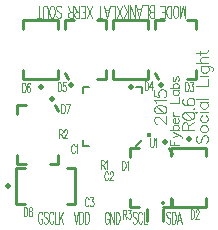
<source format=gto>
G04 DipTrace 2.4.0.2*
%INSocialLightsmall.gto*%
%MOMM*%
%ADD10C,0.25*%
%ADD14C,0.152*%
%ADD18O,0.487X0.494*%
%ADD20O,0.49X0.461*%
%ADD22O,0.461X0.49*%
%ADD27O,0.425X0.415*%
%ADD32O,0.377X0.312*%
%ADD52C,0.083*%
%ADD53C,0.111*%
%FSLAX53Y53*%
G04*
G71*
G90*
G75*
G01*
%LNTopSilk*%
%LPD*%
X23949Y18134D2*
D10*
X23699Y18634D1*
X23949Y13634D2*
Y14384D1*
Y13634D2*
X23199D1*
X21199D2*
X20449D1*
Y14384D1*
Y17884D2*
Y18634D1*
X21199D1*
D18*
X23402Y19170D3*
D20*
X25364Y19422D3*
X26879Y14456D2*
D10*
Y13706D1*
X23879D1*
Y14456D1*
X26879Y17956D2*
Y18706D1*
X23879D1*
Y17956D1*
X22508Y25021D2*
X22758Y24521D1*
X22508Y29521D2*
Y28771D1*
Y29521D2*
X23258D1*
X25258D2*
X26008D1*
Y28771D1*
Y25271D2*
Y24521D1*
X25258D1*
D18*
X23055Y23985D3*
D20*
X20463Y23805D3*
X18948Y28771D2*
D10*
Y29521D1*
X21948D1*
Y28771D1*
X18948Y25271D2*
Y24521D1*
X21948D1*
Y25271D1*
X14888Y25021D2*
X15138Y24521D1*
X14888Y29521D2*
Y28771D1*
Y29521D2*
X15638D1*
X17638D2*
X18388D1*
Y28771D1*
Y25271D2*
Y24521D1*
X17638D1*
D18*
X15435Y23985D3*
D20*
X12843Y23805D3*
X11328Y28771D2*
D10*
Y29521D1*
X14328D1*
Y28771D1*
X11328Y25271D2*
Y24521D1*
X14328D1*
Y25271D1*
X14348Y21807D2*
X14098Y22307D1*
X14348Y17307D2*
Y18058D1*
Y17307D2*
X13598D1*
X11598D2*
X10848D1*
Y18058D1*
Y21558D2*
Y22307D1*
X11598D1*
D18*
X13801Y22844D3*
D22*
X10074Y15433D3*
X15039Y16947D2*
D10*
X15790D1*
Y13947D1*
X15039D1*
X11540Y16947D2*
X10790D1*
Y13947D1*
X11540D1*
D27*
X22037Y19788D3*
X21436Y19345D2*
D14*
X20936Y18845D1*
X16937D2*
X16436D1*
Y19345D1*
Y23345D2*
Y23845D1*
X16937D1*
X20936D2*
X21436D1*
Y23345D1*
X23245Y13520D2*
D10*
Y12520D1*
X21845Y13520D2*
Y12520D1*
D32*
X23167Y13990D3*
X15746Y18801D2*
D52*
X15724Y18873D1*
X15681Y18946D1*
X15637Y18983D1*
X15550D1*
X15506Y18946D1*
X15462Y18873D1*
X15440Y18801D1*
X15418Y18691D1*
Y18508D1*
X15440Y18400D1*
X15462Y18327D1*
X15506Y18254D1*
X15550Y18217D1*
X15637D1*
X15681Y18254D1*
X15724Y18327D1*
X15746Y18400D1*
X15846Y18836D2*
X15890Y18873D1*
X15956Y18982D1*
Y18217D1*
X18567Y16507D2*
X18545Y16580D1*
X18501Y16653D1*
X18458Y16689D1*
X18370D1*
X18326Y16653D1*
X18283Y16580D1*
X18261Y16507D1*
X18239Y16398D1*
Y16215D1*
X18261Y16106D1*
X18283Y16033D1*
X18326Y15961D1*
X18370Y15924D1*
X18458D1*
X18501Y15961D1*
X18545Y16033D1*
X18567Y16106D1*
X18689Y16506D2*
Y16543D1*
X18711Y16616D1*
X18733Y16652D1*
X18777Y16688D1*
X18864D1*
X18908Y16652D1*
X18929Y16616D1*
X18952Y16543D1*
Y16470D1*
X18929Y16397D1*
X18886Y16288D1*
X18667Y15924D1*
X18973D1*
X16916Y14313D2*
X16894Y14386D1*
X16850Y14459D1*
X16806Y14495D1*
X16719D1*
X16675Y14459D1*
X16632Y14386D1*
X16609Y14313D1*
X16588Y14204D1*
Y14021D1*
X16609Y13912D1*
X16632Y13839D1*
X16675Y13767D1*
X16719Y13730D1*
X16806D1*
X16850Y13767D1*
X16894Y13839D1*
X16916Y13912D1*
X17060Y14494D2*
X17300D1*
X17169Y14203D1*
X17234D1*
X17278Y14167D1*
X17300Y14131D1*
X17322Y14021D1*
Y13949D1*
X17300Y13839D1*
X17256Y13766D1*
X17191Y13730D1*
X17125D1*
X17060Y13766D1*
X17038Y13803D1*
X17016Y13875D1*
X19722Y17594D2*
Y16829D1*
X19876D1*
X19941Y16866D1*
X19985Y16938D1*
X20007Y17012D1*
X20029Y17120D1*
Y17303D1*
X20007Y17412D1*
X19985Y17485D1*
X19941Y17558D1*
X19876Y17594D1*
X19722D1*
X20129Y17448D2*
X20173Y17485D1*
X20238Y17594D1*
Y16829D1*
X25535Y13463D2*
Y12698D1*
X25688D1*
X25754Y12735D1*
X25798Y12807D1*
X25820Y12880D1*
X25842Y12989D1*
Y13172D1*
X25820Y13281D1*
X25798Y13354D1*
X25754Y13427D1*
X25688Y13463D1*
X25535D1*
X25964Y13281D2*
Y13317D1*
X25986Y13390D1*
X26007Y13426D1*
X26051Y13462D1*
X26139D1*
X26182Y13426D1*
X26204Y13390D1*
X26226Y13317D1*
Y13244D1*
X26204Y13171D1*
X26160Y13062D1*
X25942Y12698D1*
X26248D1*
X25067Y24241D2*
Y23476D1*
X25220D1*
X25285Y23513D1*
X25329Y23585D1*
X25351Y23658D1*
X25373Y23767D1*
Y23950D1*
X25351Y24059D1*
X25329Y24132D1*
X25285Y24205D1*
X25220Y24241D1*
X25067D1*
X25517Y24240D2*
X25757D1*
X25626Y23949D1*
X25692D1*
X25735Y23913D1*
X25757Y23877D1*
X25779Y23767D1*
Y23695D1*
X25757Y23585D1*
X25713Y23512D1*
X25648Y23476D1*
X25582D1*
X25517Y23512D1*
X25495Y23549D1*
X25473Y23621D1*
X21649Y24322D2*
Y23556D1*
X21802D1*
X21868Y23593D1*
X21912Y23666D1*
X21934Y23739D1*
X21955Y23848D1*
Y24030D1*
X21934Y24140D1*
X21912Y24212D1*
X21868Y24286D1*
X21802Y24322D1*
X21649D1*
X22274Y23556D2*
Y24321D1*
X22055Y23811D1*
X22383D1*
X14288Y24230D2*
Y23464D1*
X14441D1*
X14507Y23501D1*
X14551Y23574D1*
X14573Y23647D1*
X14594Y23756D1*
Y23938D1*
X14573Y24048D1*
X14551Y24120D1*
X14507Y24194D1*
X14441Y24230D1*
X14288D1*
X14957Y24229D2*
X14738D1*
X14717Y23901D1*
X14738Y23937D1*
X14804Y23975D1*
X14869D1*
X14935Y23937D1*
X14979Y23865D1*
X15001Y23756D1*
Y23683D1*
X14979Y23574D1*
X14935Y23500D1*
X14869Y23464D1*
X14804D1*
X14738Y23500D1*
X14717Y23537D1*
X14694Y23610D1*
X11276Y24170D2*
Y23404D1*
X11429D1*
X11494Y23441D1*
X11538Y23514D1*
X11560Y23587D1*
X11582Y23696D1*
Y23878D1*
X11560Y23988D1*
X11538Y24060D1*
X11494Y24134D1*
X11429Y24170D1*
X11276D1*
X11944Y24060D2*
X11922Y24133D1*
X11857Y24169D1*
X11813D1*
X11748Y24133D1*
X11704Y24023D1*
X11682Y23841D1*
Y23659D1*
X11704Y23514D1*
X11748Y23440D1*
X11813Y23404D1*
X11835D1*
X11900Y23440D1*
X11944Y23514D1*
X11966Y23623D1*
Y23659D1*
X11944Y23769D1*
X11900Y23841D1*
X11835Y23878D1*
X11813D1*
X11748Y23841D1*
X11704Y23769D1*
X11682Y23659D1*
X14588Y22378D2*
Y21613D1*
X14741D1*
X14807Y21650D1*
X14851Y21722D1*
X14873Y21795D1*
X14894Y21904D1*
Y22087D1*
X14873Y22196D1*
X14851Y22269D1*
X14807Y22342D1*
X14741Y22378D1*
X14588D1*
X15082Y21613D2*
X15301Y22377D1*
X14994D1*
X11419Y13663D2*
Y12897D1*
X11572D1*
X11638Y12934D1*
X11682Y13007D1*
X11704Y13080D1*
X11726Y13189D1*
Y13372D1*
X11704Y13481D1*
X11682Y13554D1*
X11638Y13627D1*
X11572Y13663D1*
X11419D1*
X11935Y13662D2*
X11869Y13626D1*
X11847Y13554D1*
Y13480D1*
X11869Y13408D1*
X11913Y13371D1*
X12000Y13335D1*
X12066Y13298D1*
X12110Y13225D1*
X12131Y13153D1*
Y13043D1*
X12110Y12971D1*
X12088Y12934D1*
X12022Y12897D1*
X11935D1*
X11869Y12934D1*
X11847Y12971D1*
X11826Y13043D1*
Y13153D1*
X11847Y13225D1*
X11891Y13298D1*
X11956Y13335D1*
X12044Y13371D1*
X12088Y13408D1*
X12110Y13480D1*
Y13554D1*
X12088Y13626D1*
X12022Y13662D1*
X11935D1*
X17946Y17269D2*
X18142D1*
X18208Y17306D1*
X18230Y17342D1*
X18252Y17415D1*
Y17488D1*
X18230Y17561D1*
X18208Y17598D1*
X18142Y17634D1*
X17946D1*
Y16868D1*
X18099Y17269D2*
X18252Y16868D1*
X18352Y17487D2*
X18396Y17524D1*
X18462Y17633D1*
Y16868D1*
X14403Y19881D2*
X14599D1*
X14665Y19918D1*
X14687Y19954D1*
X14709Y20027D1*
Y20100D1*
X14687Y20173D1*
X14665Y20210D1*
X14599Y20246D1*
X14403D1*
Y19480D1*
X14556Y19881D2*
X14709Y19480D1*
X14831Y20063D2*
Y20099D1*
X14853Y20173D1*
X14875Y20209D1*
X14919Y20245D1*
X15006D1*
X15049Y20209D1*
X15071Y20173D1*
X15093Y20099D1*
Y20027D1*
X15071Y19954D1*
X15028Y19845D1*
X14809Y19480D1*
X15115D1*
X22108Y19479D2*
Y18932D1*
X22130Y18823D1*
X22174Y18750D1*
X22239Y18713D1*
X22283D1*
X22348Y18750D1*
X22392Y18823D1*
X22414Y18932D1*
Y19479D1*
X22514Y19332D2*
X22558Y19369D1*
X22624Y19478D1*
Y18713D1*
X19791Y13077D2*
X19988D1*
X20053Y13114D1*
X20076Y13150D1*
X20097Y13222D1*
Y13296D1*
X20076Y13368D1*
X20053Y13405D1*
X19988Y13441D1*
X19791D1*
Y12676D1*
X19944Y13077D2*
X20097Y12676D1*
X20241Y13440D2*
X20481D1*
X20350Y13149D1*
X20416D1*
X20460Y13113D1*
X20481Y13077D1*
X20504Y12967D1*
Y12895D1*
X20481Y12785D1*
X20438Y12712D1*
X20372Y12676D1*
X20306D1*
X20241Y12712D1*
X20220Y12749D1*
X20197Y12821D1*
X23825Y13137D2*
D53*
X23776Y13235D1*
X23703Y13283D1*
X23606D1*
X23533Y13235D1*
X23484Y13137D1*
Y13041D1*
X23509Y12943D1*
X23533Y12895D1*
X23582Y12846D1*
X23728Y12749D1*
X23776Y12700D1*
X23801Y12651D1*
X23825Y12554D1*
Y12408D1*
X23776Y12312D1*
X23703Y12262D1*
X23606D1*
X23533Y12312D1*
X23484Y12408D1*
X23936Y13283D2*
Y12262D1*
X24106D1*
X24179Y12312D1*
X24228Y12408D1*
X24252Y12506D1*
X24276Y12651D1*
Y12895D1*
X24252Y13041D1*
X24228Y13137D1*
X24179Y13235D1*
X24106Y13283D1*
X23936D1*
X24776Y12262D2*
X24581Y13283D1*
X24387Y12262D1*
X24460Y12603D2*
X24703D1*
X20974Y13141D2*
X20926Y13239D1*
X20853Y13287D1*
X20756D1*
X20683Y13239D1*
X20634Y13141D1*
Y13045D1*
X20659Y12947D1*
X20683Y12899D1*
X20731Y12851D1*
X20877Y12753D1*
X20926Y12705D1*
X20950Y12655D1*
X20974Y12559D1*
Y12413D1*
X20926Y12316D1*
X20853Y12267D1*
X20756D1*
X20683Y12316D1*
X20634Y12413D1*
X21450Y13045D2*
X21426Y13141D1*
X21377Y13239D1*
X21329Y13287D1*
X21231D1*
X21183Y13239D1*
X21134Y13141D1*
X21110Y13045D1*
X21085Y12899D1*
Y12655D1*
X21110Y12510D1*
X21134Y12413D1*
X21183Y12316D1*
X21231Y12267D1*
X21329D1*
X21377Y12316D1*
X21426Y12413D1*
X21450Y12510D1*
X21561Y13287D2*
Y12267D1*
X21852D1*
X24636Y30709D2*
Y29688D1*
X24869Y30709D1*
X25102Y29688D1*
Y30709D1*
X24327Y29688D2*
X24386Y29737D1*
X24444Y29834D1*
X24473Y29931D1*
X24502Y30077D1*
Y30321D1*
X24473Y30465D1*
X24444Y30563D1*
X24386Y30660D1*
X24327Y30709D1*
X24210D1*
X24152Y30660D1*
X24094Y30563D1*
X24065Y30465D1*
X24036Y30321D1*
Y30077D1*
X24065Y29931D1*
X24094Y29834D1*
X24152Y29737D1*
X24210Y29688D1*
X24327D1*
X23903D2*
Y30709D1*
X23698D1*
X23611Y30660D1*
X23552Y30563D1*
X23523Y30465D1*
X23494Y30321D1*
Y30077D1*
X23523Y29931D1*
X23552Y29834D1*
X23611Y29737D1*
X23698Y29688D1*
X23903D1*
X22982D2*
X23361D1*
Y30709D1*
X22982D1*
X23361Y30175D2*
X23128D1*
X22443Y29715D2*
Y30736D1*
X22180D1*
X22093Y30686D1*
X22064Y30638D1*
X22035Y30541D1*
Y30395D1*
X22064Y30298D1*
X22093Y30249D1*
X22180Y30201D1*
X22093Y30152D1*
X22064Y30103D1*
X22035Y30007D1*
Y29909D1*
X22064Y29813D1*
X22093Y29763D1*
X22180Y29715D1*
X22443D1*
Y30201D2*
X22180D1*
X21901Y29715D2*
Y30736D1*
X21552D1*
X20951D2*
X21185Y29715D1*
X21418Y30736D1*
X21331Y30395D2*
X21039D1*
X20410Y29715D2*
Y30736D1*
X20818Y29715D1*
Y30736D1*
X20276Y29715D2*
Y30736D1*
X19868Y29715D2*
X20276Y30395D1*
X20131Y30152D2*
X19868Y30736D1*
X17167Y29694D2*
X16758Y30715D1*
Y29694D2*
X17167Y30715D1*
X16246Y29694D2*
X16625D1*
Y30715D1*
X16246D1*
X16625Y30181D2*
X16392D1*
X16113D2*
X15851D1*
X15763Y30131D1*
X15734Y30083D1*
X15705Y29986D1*
Y29889D1*
X15734Y29792D1*
X15763Y29743D1*
X15851Y29694D1*
X16113D1*
Y30715D1*
X15909Y30181D2*
X15705Y30715D1*
X15571Y30181D2*
X15309D1*
X15222Y30131D1*
X15192Y30083D1*
X15163Y29986D1*
Y29889D1*
X15192Y29792D1*
X15222Y29743D1*
X15309Y29694D1*
X15571D1*
Y30715D1*
X15367Y30181D2*
X15163Y30715D1*
X19705Y29713D2*
X19297Y30733D1*
Y29713D2*
X19705Y30733D1*
X19163Y29713D2*
Y30733D1*
X18814D1*
X18213D2*
X18447Y29713D1*
X18680Y30733D1*
X18593Y30393D2*
X18301D1*
X17876Y29713D2*
Y30733D1*
X18080Y29713D2*
X17672D1*
X14178Y29843D2*
X14236Y29745D1*
X14323Y29697D1*
X14440D1*
X14527Y29745D1*
X14586Y29843D1*
Y29940D1*
X14556Y30037D1*
X14527Y30086D1*
X14470Y30134D1*
X14294Y30232D1*
X14236Y30280D1*
X14207Y30329D1*
X14178Y30426D1*
Y30572D1*
X14236Y30669D1*
X14323Y30718D1*
X14440D1*
X14527Y30669D1*
X14586Y30572D1*
X13869Y29697D2*
X13928Y29745D1*
X13986Y29843D1*
X14015Y29940D1*
X14044Y30086D1*
Y30329D1*
X14015Y30474D1*
X13986Y30572D1*
X13928Y30669D1*
X13869Y30718D1*
X13753D1*
X13695Y30669D1*
X13636Y30572D1*
X13607Y30474D1*
X13578Y30329D1*
Y30086D1*
X13607Y29940D1*
X13636Y29843D1*
X13695Y29745D1*
X13753Y29697D1*
X13869D1*
X13445D2*
Y30426D1*
X13416Y30572D1*
X13357Y30669D1*
X13270Y30718D1*
X13212D1*
X13124Y30669D1*
X13065Y30572D1*
X13036Y30426D1*
Y29697D1*
X12699D2*
Y30718D1*
X12903Y29697D2*
X12495D1*
X12996Y13044D2*
X12972Y13141D1*
X12923Y13239D1*
X12875Y13287D1*
X12778D1*
X12729Y13239D1*
X12681Y13141D1*
X12656Y13044D1*
X12632Y12898D1*
Y12655D1*
X12656Y12510D1*
X12681Y12412D1*
X12729Y12315D1*
X12778Y12266D1*
X12875D1*
X12923Y12315D1*
X12972Y12412D1*
X12996Y12510D1*
Y12655D1*
X12875D1*
X13448Y13141D2*
X13399Y13239D1*
X13326Y13287D1*
X13229D1*
X13156Y13239D1*
X13107Y13141D1*
Y13044D1*
X13132Y12947D1*
X13156Y12898D1*
X13205Y12850D1*
X13351Y12752D1*
X13399Y12704D1*
X13424Y12655D1*
X13448Y12558D1*
Y12412D1*
X13399Y12315D1*
X13326Y12266D1*
X13229D1*
X13156Y12315D1*
X13107Y12412D1*
X13923Y13044D2*
X13899Y13141D1*
X13850Y13239D1*
X13802Y13287D1*
X13705D1*
X13656Y13239D1*
X13608Y13141D1*
X13583Y13044D1*
X13559Y12898D1*
Y12655D1*
X13583Y12510D1*
X13608Y12412D1*
X13656Y12315D1*
X13705Y12266D1*
X13802D1*
X13850Y12315D1*
X13899Y12412D1*
X13923Y12510D1*
X14034Y13287D2*
Y12266D1*
X14326D1*
X14437Y13287D2*
Y12266D1*
X14777Y13287D2*
X14437Y12606D1*
X14558Y12850D2*
X14777Y12266D1*
X15632Y13276D2*
X15826Y12255D1*
X16020Y13276D1*
X16131D2*
Y12255D1*
X16301D1*
X16374Y12304D1*
X16423Y12401D1*
X16447Y12498D1*
X16472Y12643D1*
Y12887D1*
X16447Y13033D1*
X16423Y13130D1*
X16374Y13227D1*
X16301Y13276D1*
X16131D1*
X16583D2*
Y12255D1*
X16753D1*
X16826Y12304D1*
X16875Y12401D1*
X16899Y12498D1*
X16923Y12643D1*
Y12887D1*
X16899Y13033D1*
X16875Y13130D1*
X16826Y13227D1*
X16753Y13276D1*
X16583D1*
X18624Y13025D2*
X18600Y13122D1*
X18551Y13220D1*
X18503Y13268D1*
X18406D1*
X18357Y13220D1*
X18309Y13122D1*
X18284Y13025D1*
X18260Y12879D1*
Y12636D1*
X18284Y12491D1*
X18309Y12393D1*
X18357Y12297D1*
X18406Y12247D1*
X18503D1*
X18551Y12297D1*
X18600Y12393D1*
X18624Y12491D1*
Y12636D1*
X18503D1*
X19076Y13268D2*
Y12247D1*
X18735Y13268D1*
Y12247D1*
X19187Y13268D2*
Y12247D1*
X19357D1*
X19430Y12297D1*
X19479Y12393D1*
X19503Y12491D1*
X19527Y12636D1*
Y12879D1*
X19503Y13025D1*
X19479Y13122D1*
X19430Y13220D1*
X19357Y13268D1*
X19187D1*
X26139Y19769D2*
X26041Y19672D1*
X25993Y19526D1*
Y19332D1*
X26041Y19186D1*
X26139Y19088D1*
X26235D1*
X26333Y19138D1*
X26381Y19186D1*
X26430Y19283D1*
X26527Y19575D1*
X26576Y19672D1*
X26625Y19721D1*
X26722Y19769D1*
X26868D1*
X26964Y19672D1*
X27014Y19526D1*
Y19332D1*
X26964Y19186D1*
X26868Y19088D1*
X26333Y20234D2*
X26381Y20137D1*
X26479Y20039D1*
X26625Y19991D1*
X26722D1*
X26868Y20039D1*
X26964Y20137D1*
X27014Y20234D1*
Y20380D1*
X26964Y20477D1*
X26868Y20574D1*
X26722Y20623D1*
X26625D1*
X26479Y20574D1*
X26381Y20477D1*
X26333Y20380D1*
Y20234D1*
X26479Y21430D2*
X26381Y21332D1*
X26333Y21234D1*
Y21089D1*
X26381Y20992D1*
X26479Y20895D1*
X26625Y20846D1*
X26722D1*
X26868Y20895D1*
X26964Y20992D1*
X27014Y21089D1*
Y21234D1*
X26964Y21332D1*
X26868Y21430D1*
X25993Y21652D2*
X26041Y21700D1*
X25993Y21750D1*
X25943Y21700D1*
X25993Y21652D1*
X26333Y21700D2*
X27014D1*
X26333Y22555D2*
X27014D1*
X26479D2*
X26381Y22458D1*
X26333Y22360D1*
Y22216D1*
X26381Y22118D1*
X26479Y22021D1*
X26625Y21972D1*
X26722D1*
X26868Y22021D1*
X26964Y22118D1*
X27014Y22216D1*
Y22360D1*
X26964Y22458D1*
X26868Y22555D1*
X25993Y22777D2*
X27014D1*
X25993Y23895D2*
X27014D1*
Y24478D1*
X25993Y24700D2*
X26041Y24749D1*
X25993Y24798D1*
X25943Y24749D1*
X25993Y24700D1*
X26333Y24749D2*
X27014D1*
X26381Y25603D2*
X27160D1*
X27305Y25555D1*
X27354Y25507D1*
X27402Y25409D1*
Y25263D1*
X27354Y25166D1*
X26527Y25603D2*
X26431Y25507D1*
X26381Y25409D1*
Y25263D1*
X26431Y25166D1*
X26527Y25069D1*
X26673Y25020D1*
X26771D1*
X26916Y25069D1*
X27014Y25166D1*
X27062Y25263D1*
Y25409D1*
X27014Y25507D1*
X26916Y25603D1*
X25993Y25825D2*
X27014D1*
X26527D2*
X26381Y25971D1*
X26333Y26069D1*
Y26215D1*
X26381Y26312D1*
X26527Y26360D1*
X27014D1*
X25993Y26728D2*
X26819D1*
X26964Y26776D1*
X27014Y26874D1*
Y26971D1*
X26333Y26582D2*
Y26922D1*
X25321Y20153D2*
Y20590D1*
X25272Y20736D1*
X25224Y20786D1*
X25127Y20834D1*
X25029D1*
X24933Y20786D1*
X24883Y20736D1*
X24835Y20590D1*
Y20153D1*
X25856D1*
X25321Y20494D2*
X25856Y20834D1*
X24836Y21348D2*
X24884Y21202D1*
X25030Y21105D1*
X25273Y21056D1*
X25419D1*
X25662Y21105D1*
X25808Y21202D1*
X25856Y21348D1*
Y21445D1*
X25808Y21591D1*
X25662Y21687D1*
X25419Y21737D1*
X25273D1*
X25030Y21687D1*
X24884Y21591D1*
X24836Y21445D1*
Y21348D1*
X25030Y21687D2*
X25662Y21105D1*
X25758Y22007D2*
X25808Y21959D1*
X25856Y22007D1*
X25808Y22057D1*
X25758Y22007D1*
X24981Y22862D2*
X24884Y22814D1*
X24836Y22668D1*
Y22571D1*
X24884Y22425D1*
X25030Y22327D1*
X25273Y22279D1*
X25516D1*
X25710Y22327D1*
X25808Y22425D1*
X25856Y22571D1*
Y22619D1*
X25808Y22764D1*
X25710Y22862D1*
X25564Y22910D1*
X25516D1*
X25370Y22862D1*
X25273Y22764D1*
X25225Y22619D1*
Y22571D1*
X25273Y22425D1*
X25370Y22327D1*
X25516Y22279D1*
X23782Y19369D2*
D52*
Y18895D1*
X24548D1*
X24147D2*
Y19186D1*
X24037Y19573D2*
X24548Y19791D1*
X24693Y19719D1*
X24767Y19645D1*
X24803Y19573D1*
Y19536D1*
X24037Y20010D2*
X24548Y19791D1*
X23782Y20177D2*
X24548D1*
X24147D2*
X24074Y20250D1*
X24037Y20322D1*
Y20432D1*
X24074Y20504D1*
X24147Y20578D1*
X24256Y20614D1*
X24329D1*
X24438Y20578D1*
X24511Y20504D1*
X24548Y20432D1*
Y20322D1*
X24511Y20250D1*
X24438Y20177D1*
X24256Y20780D2*
Y21218D1*
X24183D1*
X24110Y21181D1*
X24074Y21145D1*
X24037Y21072D1*
Y20962D1*
X24074Y20890D1*
X24147Y20817D1*
X24256Y20780D1*
X24329D1*
X24438Y20817D1*
X24511Y20890D1*
X24548Y20962D1*
Y21072D1*
X24511Y21145D1*
X24438Y21218D1*
X24037Y21384D2*
X24548D1*
X24256D2*
X24147Y21421D1*
X24074Y21494D1*
X24037Y21567D1*
Y21677D1*
X23782Y22515D2*
X24548D1*
Y22952D1*
X24037Y23556D2*
X24548D1*
X24147D2*
X24074Y23484D1*
X24037Y23411D1*
Y23302D1*
X24074Y23229D1*
X24147Y23156D1*
X24256Y23119D1*
X24329D1*
X24438Y23156D1*
X24511Y23229D1*
X24548Y23302D1*
Y23411D1*
X24511Y23484D1*
X24438Y23556D1*
X23782Y23723D2*
X24548D1*
X24147D2*
X24074Y23796D1*
X24037Y23869D1*
Y23978D1*
X24074Y24051D1*
X24147Y24124D1*
X24256Y24160D1*
X24329D1*
X24438Y24124D1*
X24511Y24051D1*
X24548Y23978D1*
Y23869D1*
X24511Y23796D1*
X24438Y23723D1*
X24147Y24728D2*
X24074Y24691D1*
X24037Y24582D1*
Y24472D1*
X24074Y24363D1*
X24147Y24327D1*
X24219Y24363D1*
X24256Y24436D1*
X24293Y24618D1*
X24329Y24691D1*
X24402Y24728D1*
X24438D1*
X24511Y24691D1*
X24548Y24582D1*
Y24472D1*
X24511Y24363D1*
X24438Y24327D1*
X22696Y20741D2*
D53*
X22648D1*
X22550Y20790D1*
X22502Y20838D1*
X22454Y20936D1*
Y21130D1*
X22502Y21227D1*
X22550Y21275D1*
X22648Y21324D1*
X22745D1*
X22842Y21275D1*
X22987Y21178D1*
X23474Y20692D1*
Y21373D1*
X22454Y21887D2*
X22502Y21741D1*
X22648Y21643D1*
X22891Y21595D1*
X23037D1*
X23279Y21643D1*
X23425Y21741D1*
X23474Y21887D1*
Y21983D1*
X23425Y22129D1*
X23279Y22226D1*
X23037Y22275D1*
X22891D1*
X22648Y22226D1*
X22502Y22129D1*
X22454Y21983D1*
Y21887D1*
X22648Y22226D2*
X23279Y21643D1*
X22648Y22498D2*
X22599Y22595D1*
X22454Y22741D1*
X23474D1*
X22454Y23546D2*
Y23061D1*
X22891Y23013D1*
X22842Y23061D1*
X22793Y23207D1*
Y23352D1*
X22842Y23498D1*
X22939Y23596D1*
X23085Y23644D1*
X23182D1*
X23328Y23596D1*
X23425Y23498D1*
X23474Y23352D1*
Y23207D1*
X23425Y23061D1*
X23376Y23013D1*
X23279Y22963D1*
M02*

</source>
